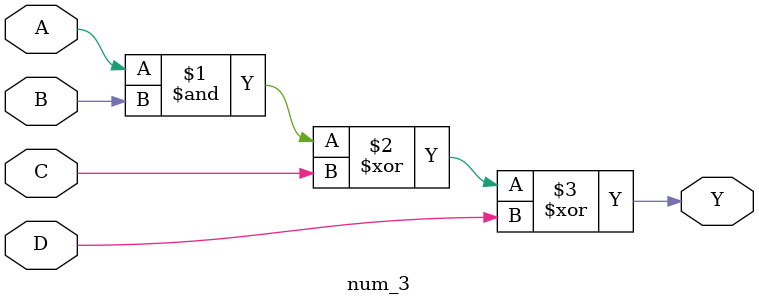
<source format=v>

`timescale 1ns/1ns

module num_3(input A, input B, input C, input D, output Y);

assign Y = (A&B)^C^D;

endmodule
</source>
